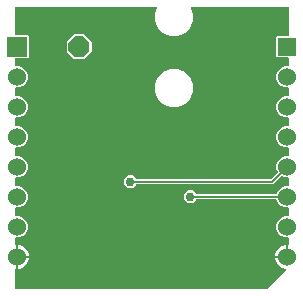
<source format=gbr>
G04 EAGLE Gerber RS-274X export*
G75*
%MOMM*%
%FSLAX34Y34*%
%LPD*%
%INBottom Copper*%
%IPPOS*%
%AMOC8*
5,1,8,0,0,1.08239X$1,22.5*%
G01*
G04 Define Apertures*
%ADD10R,1.676400X1.676400*%
%ADD11C,1.524000*%
%ADD12R,1.524000X1.524000*%
%ADD13P,1.92449X8X22.5*%
%ADD14C,0.756400*%
%ADD15C,0.152400*%
G36*
X229952Y10855D02*
X230194Y11018D01*
X245815Y26639D01*
X245982Y26892D01*
X246038Y27190D01*
X245973Y27486D01*
X245797Y27734D01*
X245539Y27893D01*
X245276Y27940D01*
X245121Y27940D01*
X241387Y29487D01*
X238529Y32345D01*
X236982Y36079D01*
X236982Y37338D01*
X247904Y37338D01*
X247904Y48260D01*
X248285Y48260D01*
X248582Y48320D01*
X248832Y48492D01*
X248996Y48747D01*
X249047Y49022D01*
X249047Y53594D01*
X248987Y53891D01*
X248815Y54141D01*
X248560Y54305D01*
X248285Y54356D01*
X245323Y54356D01*
X241962Y55748D01*
X239390Y58320D01*
X237998Y61681D01*
X237998Y65319D01*
X239390Y68680D01*
X241962Y71252D01*
X245323Y72644D01*
X248285Y72644D01*
X248582Y72704D01*
X248832Y72876D01*
X248996Y73131D01*
X249047Y73406D01*
X249047Y78994D01*
X248987Y79291D01*
X248815Y79541D01*
X248560Y79705D01*
X248285Y79756D01*
X245323Y79756D01*
X241962Y81148D01*
X239390Y83720D01*
X238386Y86144D01*
X238217Y86395D01*
X237963Y86561D01*
X237682Y86614D01*
X170633Y86614D01*
X170336Y86554D01*
X170095Y86391D01*
X167298Y83594D01*
X162902Y83594D01*
X159794Y86702D01*
X159794Y91098D01*
X162902Y94206D01*
X167298Y94206D01*
X170095Y91409D01*
X170347Y91242D01*
X170633Y91186D01*
X237682Y91186D01*
X237980Y91246D01*
X238230Y91418D01*
X238386Y91656D01*
X239390Y94080D01*
X241962Y96652D01*
X245323Y98044D01*
X248285Y98044D01*
X248582Y98104D01*
X248832Y98276D01*
X248996Y98531D01*
X249047Y98806D01*
X249047Y104394D01*
X248987Y104691D01*
X248815Y104941D01*
X248560Y105105D01*
X248285Y105156D01*
X245323Y105156D01*
X242900Y106160D01*
X242602Y106218D01*
X242306Y106155D01*
X242069Y105995D01*
X235389Y99314D01*
X119833Y99314D01*
X119536Y99254D01*
X119295Y99091D01*
X116498Y96294D01*
X112102Y96294D01*
X108994Y99402D01*
X108994Y103798D01*
X112102Y106906D01*
X116498Y106906D01*
X119295Y104109D01*
X119547Y103942D01*
X119833Y103886D01*
X233179Y103886D01*
X233477Y103946D01*
X233718Y104109D01*
X238837Y109227D01*
X239004Y109480D01*
X239060Y109778D01*
X239002Y110058D01*
X237998Y112481D01*
X237998Y116119D01*
X239390Y119480D01*
X241962Y122052D01*
X245323Y123444D01*
X248285Y123444D01*
X248582Y123504D01*
X248832Y123676D01*
X248996Y123931D01*
X249047Y124206D01*
X249047Y129794D01*
X248987Y130091D01*
X248815Y130341D01*
X248560Y130505D01*
X248285Y130556D01*
X245323Y130556D01*
X241962Y131948D01*
X239390Y134520D01*
X237998Y137881D01*
X237998Y141519D01*
X239390Y144880D01*
X241962Y147452D01*
X245323Y148844D01*
X248285Y148844D01*
X248582Y148904D01*
X248832Y149076D01*
X248996Y149331D01*
X249047Y149606D01*
X249047Y155194D01*
X248987Y155491D01*
X248815Y155741D01*
X248560Y155905D01*
X248285Y155956D01*
X245323Y155956D01*
X241962Y157348D01*
X239390Y159920D01*
X237998Y163281D01*
X237998Y166919D01*
X239390Y170280D01*
X241962Y172852D01*
X245323Y174244D01*
X248285Y174244D01*
X248582Y174304D01*
X248832Y174476D01*
X248996Y174731D01*
X249047Y175006D01*
X249047Y180594D01*
X248987Y180891D01*
X248815Y181141D01*
X248560Y181305D01*
X248285Y181356D01*
X245323Y181356D01*
X241962Y182748D01*
X239390Y185320D01*
X237998Y188681D01*
X237998Y192319D01*
X239390Y195680D01*
X241962Y198252D01*
X245323Y199644D01*
X248285Y199644D01*
X248582Y199704D01*
X248832Y199876D01*
X248996Y200131D01*
X249047Y200406D01*
X249047Y205994D01*
X248987Y206291D01*
X248815Y206541D01*
X248560Y206705D01*
X248285Y206756D01*
X238891Y206756D01*
X237998Y207649D01*
X237998Y224151D01*
X238891Y225044D01*
X248285Y225044D01*
X248582Y225104D01*
X248832Y225276D01*
X248996Y225531D01*
X249047Y225806D01*
X249047Y248793D01*
X248987Y249090D01*
X248815Y249340D01*
X248560Y249504D01*
X248285Y249555D01*
X166129Y249555D01*
X165832Y249495D01*
X165582Y249323D01*
X165418Y249068D01*
X165368Y248769D01*
X165425Y248501D01*
X167290Y243999D01*
X167290Y237571D01*
X164830Y231631D01*
X160284Y227085D01*
X154344Y224625D01*
X147916Y224625D01*
X141976Y227085D01*
X137430Y231631D01*
X134970Y237571D01*
X134970Y243999D01*
X136835Y248501D01*
X136893Y248799D01*
X136830Y249096D01*
X136657Y249345D01*
X136400Y249506D01*
X136131Y249555D01*
X17399Y249555D01*
X17102Y249495D01*
X16852Y249323D01*
X16688Y249068D01*
X16637Y248793D01*
X16637Y226568D01*
X16697Y226271D01*
X16869Y226021D01*
X17124Y225857D01*
X17399Y225806D01*
X27555Y225806D01*
X28448Y224913D01*
X28448Y206887D01*
X27555Y205994D01*
X17399Y205994D01*
X17102Y205934D01*
X16852Y205762D01*
X16688Y205507D01*
X16637Y205232D01*
X16637Y200406D01*
X16697Y200109D01*
X16869Y199859D01*
X17124Y199695D01*
X17399Y199644D01*
X20361Y199644D01*
X23722Y198252D01*
X26294Y195680D01*
X27686Y192319D01*
X27686Y188681D01*
X26294Y185320D01*
X23722Y182748D01*
X20361Y181356D01*
X17399Y181356D01*
X17102Y181296D01*
X16852Y181124D01*
X16688Y180869D01*
X16637Y180594D01*
X16637Y175006D01*
X16697Y174709D01*
X16869Y174459D01*
X17124Y174295D01*
X17399Y174244D01*
X20361Y174244D01*
X23722Y172852D01*
X26294Y170280D01*
X27686Y166919D01*
X27686Y163281D01*
X26294Y159920D01*
X23722Y157348D01*
X20361Y155956D01*
X17399Y155956D01*
X17102Y155896D01*
X16852Y155724D01*
X16688Y155469D01*
X16637Y155194D01*
X16637Y149606D01*
X16697Y149309D01*
X16869Y149059D01*
X17124Y148895D01*
X17399Y148844D01*
X20361Y148844D01*
X23722Y147452D01*
X26294Y144880D01*
X27686Y141519D01*
X27686Y137881D01*
X26294Y134520D01*
X23722Y131948D01*
X20361Y130556D01*
X17399Y130556D01*
X17102Y130496D01*
X16852Y130324D01*
X16688Y130069D01*
X16637Y129794D01*
X16637Y124206D01*
X16697Y123909D01*
X16869Y123659D01*
X17124Y123495D01*
X17399Y123444D01*
X20361Y123444D01*
X23722Y122052D01*
X26294Y119480D01*
X27686Y116119D01*
X27686Y112481D01*
X26294Y109120D01*
X23722Y106548D01*
X20361Y105156D01*
X17399Y105156D01*
X17102Y105096D01*
X16852Y104924D01*
X16688Y104669D01*
X16637Y104394D01*
X16637Y98806D01*
X16697Y98509D01*
X16869Y98259D01*
X17124Y98095D01*
X17399Y98044D01*
X20361Y98044D01*
X23722Y96652D01*
X26294Y94080D01*
X27686Y90719D01*
X27686Y87081D01*
X26294Y83720D01*
X23722Y81148D01*
X20361Y79756D01*
X17399Y79756D01*
X17102Y79696D01*
X16852Y79524D01*
X16688Y79269D01*
X16637Y78994D01*
X16637Y73406D01*
X16697Y73109D01*
X16869Y72859D01*
X17124Y72695D01*
X17399Y72644D01*
X20361Y72644D01*
X23722Y71252D01*
X26294Y68680D01*
X27686Y65319D01*
X27686Y61681D01*
X26294Y58320D01*
X23722Y55748D01*
X20361Y54356D01*
X17399Y54356D01*
X17102Y54296D01*
X16852Y54124D01*
X16688Y53869D01*
X16637Y53594D01*
X16637Y49022D01*
X16697Y48725D01*
X16869Y48475D01*
X17124Y48311D01*
X17399Y48260D01*
X17780Y48260D01*
X17780Y27940D01*
X17399Y27940D01*
X17102Y27880D01*
X16852Y27708D01*
X16688Y27453D01*
X16637Y27178D01*
X16637Y11557D01*
X16697Y11260D01*
X16869Y11010D01*
X17124Y10846D01*
X17399Y10795D01*
X229655Y10795D01*
X229952Y10855D01*
G37*
%LPC*%
G36*
X66806Y205486D02*
X60706Y211586D01*
X60706Y220214D01*
X66806Y226314D01*
X75434Y226314D01*
X81534Y220214D01*
X81534Y211586D01*
X75434Y205486D01*
X66806Y205486D01*
G37*
G36*
X147916Y164625D02*
X141976Y167085D01*
X137430Y171631D01*
X134970Y177571D01*
X134970Y183999D01*
X137430Y189939D01*
X141976Y194485D01*
X147916Y196945D01*
X154344Y196945D01*
X160284Y194485D01*
X164830Y189939D01*
X167290Y183999D01*
X167290Y177571D01*
X164830Y171631D01*
X160284Y167085D01*
X154344Y164625D01*
X147916Y164625D01*
G37*
G36*
X236982Y38862D02*
X236982Y40121D01*
X238529Y43855D01*
X241387Y46713D01*
X245121Y48260D01*
X246380Y48260D01*
X246380Y38862D01*
X236982Y38862D01*
G37*
G36*
X19304Y38862D02*
X19304Y48260D01*
X20563Y48260D01*
X24297Y46713D01*
X27155Y43855D01*
X28702Y40121D01*
X28702Y38862D01*
X19304Y38862D01*
G37*
G36*
X19304Y27940D02*
X19304Y37338D01*
X28702Y37338D01*
X28702Y36079D01*
X27155Y32345D01*
X24297Y29487D01*
X20563Y27940D01*
X19304Y27940D01*
G37*
%LPD*%
D10*
X18542Y215900D03*
D11*
X18542Y190500D03*
X18542Y165100D03*
X18542Y139700D03*
X18542Y114300D03*
X18542Y88900D03*
X18542Y63500D03*
X18542Y38100D03*
X247142Y38100D03*
X247142Y63500D03*
X247142Y88900D03*
X247142Y114300D03*
X247142Y139700D03*
X247142Y165100D03*
X247142Y190500D03*
D12*
X247142Y215900D03*
D13*
X71120Y215900D03*
D14*
X114300Y101600D03*
D15*
X234442Y101600D01*
X247142Y114300D01*
D14*
X165100Y88900D03*
D15*
X247142Y88900D01*
M02*

</source>
